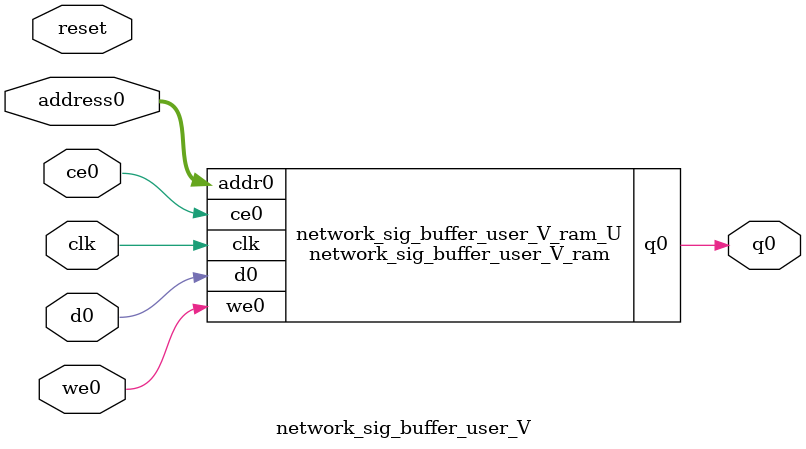
<source format=v>
`timescale 1 ns / 1 ps
module network_sig_buffer_user_V_ram (addr0, ce0, d0, we0, q0,  clk);

parameter DWIDTH = 1;
parameter AWIDTH = 10;
parameter MEM_SIZE = 784;

input[AWIDTH-1:0] addr0;
input ce0;
input[DWIDTH-1:0] d0;
input we0;
output reg[DWIDTH-1:0] q0;
input clk;

(* ram_style = "distributed" *)reg [DWIDTH-1:0] ram[0:MEM_SIZE-1];




always @(posedge clk)  
begin 
    if (ce0) 
    begin
        if (we0) 
        begin 
            ram[addr0] <= d0; 
        end 
        q0 <= ram[addr0];
    end
end


endmodule

`timescale 1 ns / 1 ps
module network_sig_buffer_user_V(
    reset,
    clk,
    address0,
    ce0,
    we0,
    d0,
    q0);

parameter DataWidth = 32'd1;
parameter AddressRange = 32'd784;
parameter AddressWidth = 32'd10;
input reset;
input clk;
input[AddressWidth - 1:0] address0;
input ce0;
input we0;
input[DataWidth - 1:0] d0;
output[DataWidth - 1:0] q0;



network_sig_buffer_user_V_ram network_sig_buffer_user_V_ram_U(
    .clk( clk ),
    .addr0( address0 ),
    .ce0( ce0 ),
    .we0( we0 ),
    .d0( d0 ),
    .q0( q0 ));

endmodule


</source>
